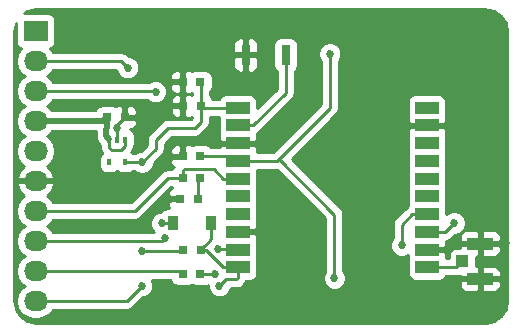
<source format=gtl>
%TF.GenerationSoftware,KiCad,Pcbnew,4.0.5-e0-6337~49~ubuntu16.04.1*%
%TF.CreationDate,2017-02-23T19:58:10-08:00*%
%TF.ProjectId,fgpmmopa6h-gps-breakout,6667706D6D6F706136682D6770732D62,v1.0*%
%TF.FileFunction,Copper,L1,Top,Signal*%
%FSLAX46Y46*%
G04 Gerber Fmt 4.6, Leading zero omitted, Abs format (unit mm)*
G04 Created by KiCad (PCBNEW 4.0.5-e0-6337~49~ubuntu16.04.1) date Thu Feb 23 19:58:10 2017*
%MOMM*%
%LPD*%
G01*
G04 APERTURE LIST*
%ADD10C,0.350000*%
%ADD11R,1.000000X1.000000*%
%ADD12R,2.200000X1.000000*%
%ADD13R,0.800000X0.750000*%
%ADD14R,0.800000X1.700000*%
%ADD15R,0.420000X0.600000*%
%ADD16R,2.032000X1.727200*%
%ADD17O,2.032000X1.727200*%
%ADD18R,0.910000X1.220000*%
%ADD19R,1.998980X1.000760*%
%ADD20C,0.685800*%
%ADD21C,0.254000*%
%ADD22C,0.508000*%
%ADD23C,0.330200*%
%ADD24C,0.350000*%
G04 APERTURE END LIST*
D10*
D11*
X166941500Y-100774500D03*
D12*
X168441500Y-99274500D03*
X168441500Y-102274500D03*
D13*
X136866500Y-88582500D03*
X138366500Y-88582500D03*
X144756000Y-91884500D03*
X143256000Y-91884500D03*
X144756000Y-85598000D03*
X143256000Y-85598000D03*
X144780000Y-87630000D03*
X143280000Y-87630000D03*
X143026000Y-95504000D03*
X144526000Y-95504000D03*
X143280000Y-99822000D03*
X144780000Y-99822000D03*
X143256000Y-93726000D03*
X144756000Y-93726000D03*
X144756000Y-101854000D03*
X143256000Y-101854000D03*
D14*
X148590000Y-83312000D03*
X151990000Y-83312000D03*
D15*
X138366500Y-90492500D03*
X137066500Y-90492500D03*
X138366500Y-92392500D03*
X137716500Y-90492500D03*
X137066500Y-92392500D03*
D16*
X130810000Y-81280000D03*
D17*
X130810000Y-83820000D03*
X130810000Y-86360000D03*
X130810000Y-88900000D03*
X130810000Y-91440000D03*
X130810000Y-93980000D03*
X130810000Y-96520000D03*
X130810000Y-99060000D03*
X130810000Y-101600000D03*
X130810000Y-104140000D03*
D18*
X142422000Y-97536000D03*
X145692000Y-97536000D03*
D19*
X147955000Y-87782400D03*
X147955000Y-89281000D03*
X147955000Y-90782140D03*
X147955000Y-92280740D03*
X147955000Y-93781880D03*
X147955000Y-95280480D03*
X147955000Y-96781620D03*
X147955000Y-98280220D03*
X147955000Y-99781360D03*
X147955000Y-101279960D03*
X163957000Y-101279960D03*
X163957000Y-99781360D03*
X163957000Y-98280220D03*
X163957000Y-96781620D03*
X163957000Y-95280480D03*
X163957000Y-93781880D03*
X163957000Y-92280740D03*
X163957000Y-90782140D03*
X163957000Y-89281000D03*
X163957000Y-87782400D03*
D20*
X142189200Y-95516700D03*
X149860000Y-90868500D03*
X139509500Y-88582500D03*
X170497500Y-102298500D03*
X170624500Y-99250500D03*
X166052500Y-102425500D03*
X166116000Y-99314000D03*
X143256000Y-84264500D03*
X143256000Y-90551000D03*
X146177000Y-90741500D03*
X143256000Y-86614000D03*
X147193000Y-83248500D03*
X165671500Y-89281000D03*
X162115500Y-89281000D03*
X149860000Y-90868500D03*
X149796500Y-97218500D03*
X137716500Y-89535000D03*
X156108400Y-102209600D03*
X155727400Y-83223100D03*
X139827000Y-99885500D03*
X139827000Y-92392500D03*
X166243000Y-97536000D03*
X141795500Y-98806000D03*
X145986500Y-101854000D03*
X161798000Y-99441000D03*
X138620500Y-84404200D03*
X146240500Y-99745800D03*
X141503400Y-97561400D03*
X140970000Y-86423500D03*
X146380200Y-102857300D03*
X139801600Y-102857300D03*
D21*
X163957000Y-101279960D02*
X166436040Y-101279960D01*
X166436040Y-101279960D02*
X166941500Y-100774500D01*
X143026000Y-95504000D02*
X142201900Y-95504000D01*
X142201900Y-95504000D02*
X142189200Y-95516700D01*
X138366500Y-88582500D02*
X139509500Y-88582500D01*
X168441500Y-102274500D02*
X170473500Y-102274500D01*
X170473500Y-102274500D02*
X170497500Y-102298500D01*
X168441500Y-99274500D02*
X170600500Y-99274500D01*
X170600500Y-99274500D02*
X170624500Y-99250500D01*
X168441500Y-102274500D02*
X166203500Y-102274500D01*
X166203500Y-102274500D02*
X166052500Y-102425500D01*
X163957000Y-99781360D02*
X165648640Y-99781360D01*
X165648640Y-99781360D02*
X166116000Y-99314000D01*
X143256000Y-85598000D02*
X143256000Y-84264500D01*
X138366500Y-88582500D02*
X138366500Y-87439500D01*
X138366500Y-87439500D02*
X138303000Y-87376000D01*
X143256000Y-91884500D02*
X143256000Y-90551000D01*
X147955000Y-90782140D02*
X146217640Y-90782140D01*
X146217640Y-90782140D02*
X146177000Y-90741500D01*
X143256000Y-85598000D02*
X143256000Y-86614000D01*
X148590000Y-83312000D02*
X147256500Y-83312000D01*
X147256500Y-83312000D02*
X147193000Y-83248500D01*
X163957000Y-89281000D02*
X165671500Y-89281000D01*
X163957000Y-89281000D02*
X162115500Y-89281000D01*
X147955000Y-90782140D02*
X149773640Y-90782140D01*
X149773640Y-90782140D02*
X149860000Y-90868500D01*
X147955000Y-98280220D02*
X149208490Y-98280220D01*
X149208490Y-98280220D02*
X149796500Y-97692210D01*
X149796500Y-97692210D02*
X149796500Y-97218500D01*
X137716500Y-89535000D02*
X137716500Y-89232500D01*
X137716500Y-90492500D02*
X137716500Y-89535000D01*
X137716500Y-89232500D02*
X138366500Y-88582500D01*
X151269700Y-92265500D02*
X151409400Y-92125800D01*
X151409400Y-92125800D02*
X155727400Y-87807800D01*
X156108400Y-96824800D02*
X151409400Y-92125800D01*
X156108400Y-102209600D02*
X156108400Y-96824800D01*
X155727400Y-87807800D02*
X155727400Y-83223100D01*
X149517100Y-92265500D02*
X150939500Y-92265500D01*
X149223730Y-92265500D02*
X149517100Y-92265500D01*
X149517100Y-92265500D02*
X151269700Y-92265500D01*
X147955000Y-92280740D02*
X149208490Y-92280740D01*
X149208490Y-92280740D02*
X149223730Y-92265500D01*
X144756000Y-91884500D02*
X147558760Y-91884500D01*
X147558760Y-91884500D02*
X147955000Y-92280740D01*
X141986000Y-99949000D02*
X139890500Y-99949000D01*
X139890500Y-99949000D02*
X139827000Y-99885500D01*
X141986000Y-99949000D02*
X143153000Y-99949000D01*
X143153000Y-99949000D02*
X143280000Y-99822000D01*
X147955000Y-87782400D02*
X144932400Y-87782400D01*
X144932400Y-87782400D02*
X144780000Y-87630000D01*
X139827000Y-92392500D02*
X140970000Y-91249500D01*
X144780000Y-87630000D02*
X144780000Y-85622000D01*
X144272000Y-89471500D02*
X144780000Y-88963500D01*
X144780000Y-88963500D02*
X144780000Y-87630000D01*
X142049500Y-89471500D02*
X144272000Y-89471500D01*
X140970000Y-90551000D02*
X142049500Y-89471500D01*
X140970000Y-91249500D02*
X140970000Y-90551000D01*
X138366500Y-92392500D02*
X139827000Y-92392500D01*
X139192000Y-96520000D02*
X141986000Y-93726000D01*
X141986000Y-93726000D02*
X143256000Y-93726000D01*
X130810000Y-96520000D02*
X139192000Y-96520000D01*
X143389000Y-92964000D02*
X145883630Y-92964000D01*
X145883630Y-92964000D02*
X146701510Y-93781880D01*
X146701510Y-93781880D02*
X147955000Y-93781880D01*
X143256000Y-93726000D02*
X143256000Y-93097000D01*
X143256000Y-93097000D02*
X143389000Y-92964000D01*
X165498780Y-98280220D02*
X166243000Y-97536000D01*
X165498780Y-98280220D02*
X163957000Y-98280220D01*
X163911280Y-98234500D02*
X163957000Y-98280220D01*
X130810000Y-99060000D02*
X141541500Y-99060000D01*
X141541500Y-99060000D02*
X141795500Y-98806000D01*
X130810000Y-101600000D02*
X143002000Y-101600000D01*
X143002000Y-101600000D02*
X143256000Y-101854000D01*
X144526000Y-95504000D02*
X144526000Y-93956000D01*
X144526000Y-93956000D02*
X144756000Y-93726000D01*
X145986500Y-101854000D02*
X144756000Y-101854000D01*
X163957000Y-96781620D02*
X162703510Y-96781620D01*
X162703510Y-96781620D02*
X161798000Y-97687130D01*
X161798000Y-97687130D02*
X161798000Y-99441000D01*
X138036300Y-83820000D02*
X138620500Y-84404200D01*
X146240500Y-99745800D02*
X147919440Y-99745800D01*
X147919440Y-99745800D02*
X147955000Y-99781360D01*
X130810000Y-83820000D02*
X138036300Y-83820000D01*
X151990000Y-83312000D02*
X151990000Y-86499490D01*
X151990000Y-86499490D02*
X149208490Y-89281000D01*
X149208490Y-89281000D02*
X147955000Y-89281000D01*
X142422000Y-97536000D02*
X141528800Y-97536000D01*
X141528800Y-97536000D02*
X141503400Y-97561400D01*
X132080000Y-86360000D02*
X140906500Y-86360000D01*
X140906500Y-86360000D02*
X140970000Y-86423500D01*
X130810000Y-86360000D02*
X132080000Y-86360000D01*
X146380200Y-102857300D02*
X146926300Y-102311200D01*
X146926300Y-102311200D02*
X147802600Y-102311200D01*
X147802600Y-102311200D02*
X147955000Y-102158800D01*
X147955000Y-102158800D02*
X147955000Y-101279960D01*
X146926300Y-101279960D02*
X147955000Y-101279960D01*
X146682460Y-101279960D02*
X146926300Y-101279960D01*
X146380200Y-102857300D02*
X146380200Y-102854760D01*
X145224500Y-99822000D02*
X146682460Y-101279960D01*
X144780000Y-99822000D02*
X145224500Y-99822000D01*
X147703540Y-101028500D02*
X147955000Y-101279960D01*
X145692000Y-97536000D02*
X145692000Y-98910000D01*
X145692000Y-98910000D02*
X144780000Y-99822000D01*
X139801600Y-102857300D02*
X138518900Y-104140000D01*
X138518900Y-104140000D02*
X130810000Y-104140000D01*
X145112000Y-99490000D02*
X144780000Y-99822000D01*
X144820640Y-99781360D02*
X144780000Y-99822000D01*
X137287000Y-91376500D02*
X137066500Y-91156000D01*
X137066500Y-91156000D02*
X137066500Y-90492500D01*
X138036500Y-91376500D02*
X137287000Y-91376500D01*
X138366500Y-90492500D02*
X138366500Y-91046500D01*
X138366500Y-91046500D02*
X138036500Y-91376500D01*
D22*
X136779000Y-89553000D02*
X136779000Y-90205000D01*
X136779000Y-90205000D02*
X136998499Y-90424499D01*
X136866500Y-88582500D02*
X136866500Y-89465500D01*
X136866500Y-89465500D02*
X136779000Y-89553000D01*
X130810000Y-88900000D02*
X136549000Y-88900000D01*
X136549000Y-88900000D02*
X136866500Y-88582500D01*
D21*
G36*
X169629920Y-79615982D02*
X170218704Y-80009396D01*
X170612119Y-80598182D01*
X170764200Y-81362744D01*
X170764200Y-104082656D01*
X170612119Y-104847218D01*
X170218704Y-105436004D01*
X169629920Y-105829418D01*
X168929202Y-105968800D01*
X130880044Y-105968800D01*
X130115482Y-105816719D01*
X129526696Y-105423304D01*
X129133282Y-104834520D01*
X128981200Y-104069955D01*
X128981200Y-96520000D01*
X129126655Y-96520000D01*
X129240729Y-97093489D01*
X129565585Y-97579670D01*
X129880366Y-97790000D01*
X129565585Y-98000330D01*
X129240729Y-98486511D01*
X129126655Y-99060000D01*
X129240729Y-99633489D01*
X129565585Y-100119670D01*
X129880366Y-100330000D01*
X129565585Y-100540330D01*
X129240729Y-101026511D01*
X129126655Y-101600000D01*
X129240729Y-102173489D01*
X129565585Y-102659670D01*
X129880366Y-102870000D01*
X129565585Y-103080330D01*
X129240729Y-103566511D01*
X129126655Y-104140000D01*
X129240729Y-104713489D01*
X129565585Y-105199670D01*
X130051766Y-105524526D01*
X130625255Y-105638600D01*
X130994745Y-105638600D01*
X131568234Y-105524526D01*
X132054415Y-105199670D01*
X132253312Y-104902000D01*
X138518900Y-104902000D01*
X138810505Y-104843996D01*
X139057715Y-104678815D01*
X139901244Y-103835287D01*
X139995263Y-103835369D01*
X140354812Y-103686807D01*
X140630140Y-103411959D01*
X140779330Y-103052670D01*
X140779669Y-102663637D01*
X140655036Y-102362000D01*
X142233586Y-102362000D01*
X142252838Y-102464317D01*
X142391910Y-102680441D01*
X142604110Y-102825431D01*
X142856000Y-102876440D01*
X143656000Y-102876440D01*
X143891317Y-102832162D01*
X144005978Y-102758380D01*
X144104110Y-102825431D01*
X144356000Y-102876440D01*
X145156000Y-102876440D01*
X145391317Y-102832162D01*
X145402328Y-102825077D01*
X145402131Y-103050963D01*
X145550693Y-103410512D01*
X145825541Y-103685840D01*
X146184830Y-103835030D01*
X146573863Y-103835369D01*
X146933412Y-103686807D01*
X147208740Y-103411959D01*
X147349405Y-103073200D01*
X147802600Y-103073200D01*
X148094205Y-103015196D01*
X148341415Y-102850015D01*
X148493815Y-102697615D01*
X148658996Y-102450405D01*
X148663496Y-102427780D01*
X148954490Y-102427780D01*
X149189807Y-102383502D01*
X149405931Y-102244430D01*
X149550921Y-102032230D01*
X149601930Y-101780340D01*
X149601930Y-100779580D01*
X149557652Y-100544263D01*
X149550864Y-100533714D01*
X149550921Y-100533630D01*
X149601930Y-100281740D01*
X149601930Y-99280980D01*
X149557652Y-99045663D01*
X149542056Y-99021426D01*
X149589490Y-98906910D01*
X149589490Y-98565970D01*
X149430740Y-98407220D01*
X148082000Y-98407220D01*
X148082000Y-98427220D01*
X147828000Y-98427220D01*
X147828000Y-98407220D01*
X147808000Y-98407220D01*
X147808000Y-98153220D01*
X147828000Y-98153220D01*
X147828000Y-98133220D01*
X148082000Y-98133220D01*
X148082000Y-98153220D01*
X149430740Y-98153220D01*
X149589490Y-97994470D01*
X149589490Y-97653530D01*
X149544080Y-97543902D01*
X149550921Y-97533890D01*
X149601930Y-97282000D01*
X149601930Y-96281240D01*
X149557652Y-96045923D01*
X149550022Y-96034066D01*
X149550921Y-96032750D01*
X149601930Y-95780860D01*
X149601930Y-94780100D01*
X149557652Y-94544783D01*
X149550864Y-94534234D01*
X149550921Y-94534150D01*
X149601930Y-94282260D01*
X149601930Y-93281500D01*
X149557652Y-93046183D01*
X149550022Y-93034326D01*
X149550921Y-93033010D01*
X149552037Y-93027500D01*
X151233470Y-93027500D01*
X155346400Y-97140431D01*
X155346400Y-101588517D01*
X155279860Y-101654941D01*
X155130670Y-102014230D01*
X155130331Y-102403263D01*
X155278893Y-102762812D01*
X155553741Y-103038140D01*
X155913030Y-103187330D01*
X156302063Y-103187669D01*
X156661612Y-103039107D01*
X156936940Y-102764259D01*
X157021652Y-102560250D01*
X166706500Y-102560250D01*
X166706500Y-102900810D01*
X166803173Y-103134199D01*
X166981802Y-103312827D01*
X167215191Y-103409500D01*
X168155750Y-103409500D01*
X168314500Y-103250750D01*
X168314500Y-102401500D01*
X168568500Y-102401500D01*
X168568500Y-103250750D01*
X168727250Y-103409500D01*
X169667809Y-103409500D01*
X169901198Y-103312827D01*
X170079827Y-103134199D01*
X170176500Y-102900810D01*
X170176500Y-102560250D01*
X170017750Y-102401500D01*
X168568500Y-102401500D01*
X168314500Y-102401500D01*
X166865250Y-102401500D01*
X166706500Y-102560250D01*
X157021652Y-102560250D01*
X157086130Y-102404970D01*
X157086469Y-102015937D01*
X156937907Y-101656388D01*
X156870400Y-101588763D01*
X156870400Y-99634663D01*
X160819931Y-99634663D01*
X160968493Y-99994212D01*
X161243341Y-100269540D01*
X161602630Y-100418730D01*
X161991663Y-100419069D01*
X162322510Y-100282366D01*
X162322510Y-100408050D01*
X162367920Y-100517678D01*
X162361079Y-100527690D01*
X162310070Y-100779580D01*
X162310070Y-101780340D01*
X162354348Y-102015657D01*
X162493420Y-102231781D01*
X162705620Y-102376771D01*
X162957510Y-102427780D01*
X164956490Y-102427780D01*
X165191807Y-102383502D01*
X165407931Y-102244430D01*
X165546273Y-102041960D01*
X166436040Y-102041960D01*
X166706500Y-101988162D01*
X166706500Y-101988750D01*
X166865250Y-102147500D01*
X168314500Y-102147500D01*
X168314500Y-101298250D01*
X168568500Y-101298250D01*
X168568500Y-102147500D01*
X170017750Y-102147500D01*
X170176500Y-101988750D01*
X170176500Y-101648190D01*
X170079827Y-101414801D01*
X169901198Y-101236173D01*
X169667809Y-101139500D01*
X168727250Y-101139500D01*
X168568500Y-101298250D01*
X168314500Y-101298250D01*
X168155750Y-101139500D01*
X168088940Y-101139500D01*
X168088940Y-100409500D01*
X168155750Y-100409500D01*
X168314500Y-100250750D01*
X168314500Y-99401500D01*
X168568500Y-99401500D01*
X168568500Y-100250750D01*
X168727250Y-100409500D01*
X169667809Y-100409500D01*
X169901198Y-100312827D01*
X170079827Y-100134199D01*
X170176500Y-99900810D01*
X170176500Y-99560250D01*
X170017750Y-99401500D01*
X168568500Y-99401500D01*
X168314500Y-99401500D01*
X166865250Y-99401500D01*
X166706500Y-99560250D01*
X166706500Y-99627060D01*
X166441500Y-99627060D01*
X166206183Y-99671338D01*
X165990059Y-99810410D01*
X165845069Y-100022610D01*
X165794060Y-100274500D01*
X165794060Y-100517960D01*
X165545964Y-100517960D01*
X165591490Y-100408050D01*
X165591490Y-100067110D01*
X165432740Y-99908360D01*
X164084000Y-99908360D01*
X164084000Y-99928360D01*
X163830000Y-99928360D01*
X163830000Y-99908360D01*
X163810000Y-99908360D01*
X163810000Y-99654360D01*
X163830000Y-99654360D01*
X163830000Y-99634360D01*
X164084000Y-99634360D01*
X164084000Y-99654360D01*
X165432740Y-99654360D01*
X165591490Y-99495610D01*
X165591490Y-99154670D01*
X165545425Y-99043460D01*
X165552921Y-99032490D01*
X165553140Y-99031407D01*
X165790385Y-98984216D01*
X166037595Y-98819035D01*
X166208440Y-98648190D01*
X166706500Y-98648190D01*
X166706500Y-98988750D01*
X166865250Y-99147500D01*
X168314500Y-99147500D01*
X168314500Y-98298250D01*
X168568500Y-98298250D01*
X168568500Y-99147500D01*
X170017750Y-99147500D01*
X170176500Y-98988750D01*
X170176500Y-98648190D01*
X170079827Y-98414801D01*
X169901198Y-98236173D01*
X169667809Y-98139500D01*
X168727250Y-98139500D01*
X168568500Y-98298250D01*
X168314500Y-98298250D01*
X168155750Y-98139500D01*
X167215191Y-98139500D01*
X166981802Y-98236173D01*
X166803173Y-98414801D01*
X166706500Y-98648190D01*
X166208440Y-98648190D01*
X166342643Y-98513987D01*
X166436663Y-98514069D01*
X166796212Y-98365507D01*
X167071540Y-98090659D01*
X167220730Y-97731370D01*
X167221069Y-97342337D01*
X167072507Y-96982788D01*
X166797659Y-96707460D01*
X166438370Y-96558270D01*
X166049337Y-96557931D01*
X165689788Y-96706493D01*
X165603930Y-96792201D01*
X165603930Y-96281240D01*
X165559652Y-96045923D01*
X165552022Y-96034066D01*
X165552921Y-96032750D01*
X165603930Y-95780860D01*
X165603930Y-94780100D01*
X165559652Y-94544783D01*
X165552864Y-94534234D01*
X165552921Y-94534150D01*
X165603930Y-94282260D01*
X165603930Y-93281500D01*
X165559652Y-93046183D01*
X165552022Y-93034326D01*
X165552921Y-93033010D01*
X165603930Y-92781120D01*
X165603930Y-91780360D01*
X165559652Y-91545043D01*
X165552864Y-91534494D01*
X165552921Y-91534410D01*
X165603930Y-91282520D01*
X165603930Y-90281760D01*
X165559652Y-90046443D01*
X165544056Y-90022206D01*
X165591490Y-89907690D01*
X165591490Y-89566750D01*
X165432740Y-89408000D01*
X164084000Y-89408000D01*
X164084000Y-89428000D01*
X163830000Y-89428000D01*
X163830000Y-89408000D01*
X162481260Y-89408000D01*
X162322510Y-89566750D01*
X162322510Y-89907690D01*
X162368575Y-90018900D01*
X162361079Y-90029870D01*
X162310070Y-90281760D01*
X162310070Y-91282520D01*
X162354348Y-91517837D01*
X162361136Y-91528386D01*
X162361079Y-91528470D01*
X162310070Y-91780360D01*
X162310070Y-92781120D01*
X162354348Y-93016437D01*
X162361978Y-93028294D01*
X162361079Y-93029610D01*
X162310070Y-93281500D01*
X162310070Y-94282260D01*
X162354348Y-94517577D01*
X162361136Y-94528126D01*
X162361079Y-94528210D01*
X162310070Y-94780100D01*
X162310070Y-95780860D01*
X162354348Y-96016177D01*
X162361978Y-96028034D01*
X162361079Y-96029350D01*
X162341820Y-96124453D01*
X162164695Y-96242804D01*
X161259185Y-97148315D01*
X161094004Y-97395525D01*
X161036000Y-97687130D01*
X161036000Y-98819917D01*
X160969460Y-98886341D01*
X160820270Y-99245630D01*
X160819931Y-99634663D01*
X156870400Y-99634663D01*
X156870400Y-96824800D01*
X156861811Y-96781620D01*
X156812397Y-96533196D01*
X156647216Y-96285985D01*
X152487030Y-92125800D01*
X156266215Y-88346615D01*
X156431396Y-88099405D01*
X156436448Y-88074005D01*
X156489400Y-87807800D01*
X156489400Y-87282020D01*
X162310070Y-87282020D01*
X162310070Y-88282780D01*
X162354348Y-88518097D01*
X162369304Y-88541339D01*
X162322510Y-88654310D01*
X162322510Y-88995250D01*
X162481260Y-89154000D01*
X163830000Y-89154000D01*
X163830000Y-89134000D01*
X164084000Y-89134000D01*
X164084000Y-89154000D01*
X165432740Y-89154000D01*
X165591490Y-88995250D01*
X165591490Y-88654310D01*
X165546080Y-88544682D01*
X165552921Y-88534670D01*
X165603930Y-88282780D01*
X165603930Y-87282020D01*
X165559652Y-87046703D01*
X165420580Y-86830579D01*
X165208380Y-86685589D01*
X164956490Y-86634580D01*
X162957510Y-86634580D01*
X162722193Y-86678858D01*
X162506069Y-86817930D01*
X162361079Y-87030130D01*
X162310070Y-87282020D01*
X156489400Y-87282020D01*
X156489400Y-83844183D01*
X156555940Y-83777759D01*
X156705130Y-83418470D01*
X156705469Y-83029437D01*
X156556907Y-82669888D01*
X156282059Y-82394560D01*
X155922770Y-82245370D01*
X155533737Y-82245031D01*
X155174188Y-82393593D01*
X154898860Y-82668441D01*
X154749670Y-83027730D01*
X154749331Y-83416763D01*
X154897893Y-83776312D01*
X154965400Y-83843937D01*
X154965400Y-87492170D01*
X150954070Y-91503500D01*
X149550276Y-91503500D01*
X149589490Y-91408830D01*
X149589490Y-91067890D01*
X149430740Y-90909140D01*
X148082000Y-90909140D01*
X148082000Y-90929140D01*
X147828000Y-90929140D01*
X147828000Y-90909140D01*
X146479260Y-90909140D01*
X146320510Y-91067890D01*
X146320510Y-91122500D01*
X145661557Y-91122500D01*
X145620090Y-91058059D01*
X145407890Y-90913069D01*
X145156000Y-90862060D01*
X144356000Y-90862060D01*
X144120683Y-90906338D01*
X144017354Y-90972829D01*
X144015698Y-90971173D01*
X143782309Y-90874500D01*
X143541750Y-90874500D01*
X143383000Y-91033250D01*
X143383000Y-91757500D01*
X143403000Y-91757500D01*
X143403000Y-92011500D01*
X143383000Y-92011500D01*
X143383000Y-92031500D01*
X143129000Y-92031500D01*
X143129000Y-92011500D01*
X142379750Y-92011500D01*
X142221000Y-92170250D01*
X142221000Y-92385810D01*
X142317673Y-92619199D01*
X142496302Y-92797827D01*
X142524711Y-92809594D01*
X142404559Y-92886910D01*
X142351886Y-92964000D01*
X141986000Y-92964000D01*
X141694395Y-93022004D01*
X141658209Y-93046183D01*
X141447185Y-93187184D01*
X138876370Y-95758000D01*
X132253312Y-95758000D01*
X132054415Y-95460330D01*
X131744931Y-95253539D01*
X132160732Y-94882036D01*
X132414709Y-94354791D01*
X132417358Y-94339026D01*
X132296217Y-94107000D01*
X130937000Y-94107000D01*
X130937000Y-94127000D01*
X130683000Y-94127000D01*
X130683000Y-94107000D01*
X129323783Y-94107000D01*
X129202642Y-94339026D01*
X129205291Y-94354791D01*
X129459268Y-94882036D01*
X129875069Y-95253539D01*
X129565585Y-95460330D01*
X129240729Y-95946511D01*
X129126655Y-96520000D01*
X128981200Y-96520000D01*
X128981200Y-81350045D01*
X129133282Y-80585480D01*
X129146560Y-80565608D01*
X129146560Y-82143600D01*
X129190838Y-82378917D01*
X129329910Y-82595041D01*
X129542110Y-82740031D01*
X129583439Y-82748400D01*
X129565585Y-82760330D01*
X129240729Y-83246511D01*
X129126655Y-83820000D01*
X129240729Y-84393489D01*
X129565585Y-84879670D01*
X129880366Y-85090000D01*
X129565585Y-85300330D01*
X129240729Y-85786511D01*
X129126655Y-86360000D01*
X129240729Y-86933489D01*
X129565585Y-87419670D01*
X129880366Y-87630000D01*
X129565585Y-87840330D01*
X129240729Y-88326511D01*
X129126655Y-88900000D01*
X129240729Y-89473489D01*
X129565585Y-89959670D01*
X129880366Y-90170000D01*
X129565585Y-90380330D01*
X129240729Y-90866511D01*
X129126655Y-91440000D01*
X129240729Y-92013489D01*
X129565585Y-92499670D01*
X129875069Y-92706461D01*
X129459268Y-93077964D01*
X129205291Y-93605209D01*
X129202642Y-93620974D01*
X129323783Y-93853000D01*
X130683000Y-93853000D01*
X130683000Y-93833000D01*
X130937000Y-93833000D01*
X130937000Y-93853000D01*
X132296217Y-93853000D01*
X132417358Y-93620974D01*
X132414709Y-93605209D01*
X132160732Y-93077964D01*
X131744931Y-92706461D01*
X132054415Y-92499670D01*
X132379271Y-92013489D01*
X132493345Y-91440000D01*
X132379271Y-90866511D01*
X132054415Y-90380330D01*
X131739634Y-90170000D01*
X132054415Y-89959670D01*
X132168453Y-89789000D01*
X135890000Y-89789000D01*
X135890000Y-90205000D01*
X135957671Y-90545206D01*
X136003972Y-90614500D01*
X136150382Y-90833618D01*
X136232190Y-90915426D01*
X136253338Y-91027817D01*
X136304500Y-91107325D01*
X136304500Y-91156000D01*
X136362504Y-91447605D01*
X136459785Y-91593195D01*
X136405059Y-91628410D01*
X136260069Y-91840610D01*
X136209060Y-92092500D01*
X136209060Y-92692500D01*
X136253338Y-92927817D01*
X136392410Y-93143941D01*
X136604610Y-93288931D01*
X136856500Y-93339940D01*
X137276500Y-93339940D01*
X137511817Y-93295662D01*
X137719177Y-93162230D01*
X137904610Y-93288931D01*
X138156500Y-93339940D01*
X138576500Y-93339940D01*
X138811817Y-93295662D01*
X139027941Y-93156590D01*
X139029369Y-93154500D01*
X139205917Y-93154500D01*
X139272341Y-93221040D01*
X139631630Y-93370230D01*
X140020663Y-93370569D01*
X140380212Y-93222007D01*
X140655540Y-92947159D01*
X140804730Y-92587870D01*
X140804813Y-92492317D01*
X141508815Y-91788315D01*
X141673996Y-91541105D01*
X141692594Y-91447605D01*
X141705407Y-91383190D01*
X142221000Y-91383190D01*
X142221000Y-91598750D01*
X142379750Y-91757500D01*
X143129000Y-91757500D01*
X143129000Y-91033250D01*
X142970250Y-90874500D01*
X142729691Y-90874500D01*
X142496302Y-90971173D01*
X142317673Y-91149801D01*
X142221000Y-91383190D01*
X141705407Y-91383190D01*
X141732000Y-91249500D01*
X141732000Y-90866630D01*
X142365131Y-90233500D01*
X144272000Y-90233500D01*
X144563605Y-90175496D01*
X144810815Y-90010315D01*
X145318815Y-89502316D01*
X145483996Y-89255105D01*
X145492412Y-89212794D01*
X145542000Y-88963500D01*
X145542000Y-88544400D01*
X146355906Y-88544400D01*
X146308070Y-88780620D01*
X146308070Y-89781380D01*
X146352348Y-90016697D01*
X146367944Y-90040934D01*
X146320510Y-90155450D01*
X146320510Y-90496390D01*
X146479260Y-90655140D01*
X147828000Y-90655140D01*
X147828000Y-90635140D01*
X148082000Y-90635140D01*
X148082000Y-90655140D01*
X149430740Y-90655140D01*
X149589490Y-90496390D01*
X149589490Y-90155450D01*
X149543425Y-90044240D01*
X149550921Y-90033270D01*
X149570180Y-89938167D01*
X149747305Y-89819815D01*
X152528815Y-87038305D01*
X152693996Y-86791095D01*
X152709111Y-86715105D01*
X152752000Y-86499490D01*
X152752000Y-84683644D01*
X152841441Y-84626090D01*
X152986431Y-84413890D01*
X153037440Y-84162000D01*
X153037440Y-82462000D01*
X152993162Y-82226683D01*
X152854090Y-82010559D01*
X152641890Y-81865569D01*
X152390000Y-81814560D01*
X151590000Y-81814560D01*
X151354683Y-81858838D01*
X151138559Y-81997910D01*
X150993569Y-82210110D01*
X150942560Y-82462000D01*
X150942560Y-84162000D01*
X150986838Y-84397317D01*
X151125910Y-84613441D01*
X151228000Y-84683196D01*
X151228000Y-86183860D01*
X149601930Y-87809930D01*
X149601930Y-87282020D01*
X149557652Y-87046703D01*
X149418580Y-86830579D01*
X149206380Y-86685589D01*
X148954490Y-86634580D01*
X146955510Y-86634580D01*
X146720193Y-86678858D01*
X146504069Y-86817930D01*
X146365727Y-87020400D01*
X145783297Y-87020400D01*
X145783162Y-87019683D01*
X145644090Y-86803559D01*
X145542000Y-86733804D01*
X145542000Y-86479200D01*
X145607441Y-86437090D01*
X145752431Y-86224890D01*
X145803440Y-85973000D01*
X145803440Y-85223000D01*
X145759162Y-84987683D01*
X145620090Y-84771559D01*
X145407890Y-84626569D01*
X145156000Y-84575560D01*
X144356000Y-84575560D01*
X144120683Y-84619838D01*
X144017354Y-84686329D01*
X144015698Y-84684673D01*
X143782309Y-84588000D01*
X143541750Y-84588000D01*
X143383000Y-84746750D01*
X143383000Y-85471000D01*
X143403000Y-85471000D01*
X143403000Y-85725000D01*
X143383000Y-85725000D01*
X143383000Y-86449250D01*
X143541750Y-86608000D01*
X143782309Y-86608000D01*
X144015698Y-86511327D01*
X144017068Y-86509957D01*
X144018000Y-86510595D01*
X144018000Y-86707685D01*
X143806309Y-86620000D01*
X143565750Y-86620000D01*
X143407000Y-86778750D01*
X143407000Y-87503000D01*
X143427000Y-87503000D01*
X143427000Y-87757000D01*
X143407000Y-87757000D01*
X143407000Y-88481250D01*
X143565750Y-88640000D01*
X143806309Y-88640000D01*
X144018000Y-88552315D01*
X144018000Y-88647869D01*
X143956370Y-88709500D01*
X142049500Y-88709500D01*
X141757896Y-88767503D01*
X141510685Y-88932684D01*
X140431185Y-90012185D01*
X140266004Y-90259395D01*
X140208000Y-90551000D01*
X140208000Y-90933870D01*
X139727357Y-91414513D01*
X139633337Y-91414431D01*
X139273788Y-91562993D01*
X139206163Y-91630500D01*
X139025136Y-91630500D01*
X138922145Y-91560129D01*
X139070496Y-91338105D01*
X139075490Y-91312999D01*
X139110845Y-91135255D01*
X139172931Y-91044390D01*
X139223940Y-90792500D01*
X139223940Y-90192500D01*
X139179662Y-89957183D01*
X139040590Y-89741059D01*
X138828390Y-89596069D01*
X138810766Y-89592500D01*
X138892809Y-89592500D01*
X139126198Y-89495827D01*
X139304827Y-89317199D01*
X139401500Y-89083810D01*
X139401500Y-88868250D01*
X139242750Y-88709500D01*
X138493500Y-88709500D01*
X138493500Y-88729500D01*
X138239500Y-88729500D01*
X138239500Y-88709500D01*
X138219500Y-88709500D01*
X138219500Y-88455500D01*
X138239500Y-88455500D01*
X138239500Y-87731250D01*
X138493500Y-87731250D01*
X138493500Y-88455500D01*
X139242750Y-88455500D01*
X139401500Y-88296750D01*
X139401500Y-88081190D01*
X139332973Y-87915750D01*
X142245000Y-87915750D01*
X142245000Y-88131310D01*
X142341673Y-88364699D01*
X142520302Y-88543327D01*
X142753691Y-88640000D01*
X142994250Y-88640000D01*
X143153000Y-88481250D01*
X143153000Y-87757000D01*
X142403750Y-87757000D01*
X142245000Y-87915750D01*
X139332973Y-87915750D01*
X139304827Y-87847801D01*
X139126198Y-87669173D01*
X138892809Y-87572500D01*
X138652250Y-87572500D01*
X138493500Y-87731250D01*
X138239500Y-87731250D01*
X138080750Y-87572500D01*
X137840191Y-87572500D01*
X137606802Y-87669173D01*
X137605432Y-87670543D01*
X137518390Y-87611069D01*
X137266500Y-87560060D01*
X136466500Y-87560060D01*
X136231183Y-87604338D01*
X136015059Y-87743410D01*
X135870069Y-87955610D01*
X135858852Y-88011000D01*
X132168453Y-88011000D01*
X132054415Y-87840330D01*
X131739634Y-87630000D01*
X132054415Y-87419670D01*
X132253312Y-87122000D01*
X140285528Y-87122000D01*
X140415341Y-87252040D01*
X140774630Y-87401230D01*
X141163663Y-87401569D01*
X141523212Y-87253007D01*
X141647746Y-87128690D01*
X142245000Y-87128690D01*
X142245000Y-87344250D01*
X142403750Y-87503000D01*
X143153000Y-87503000D01*
X143153000Y-86778750D01*
X142994250Y-86620000D01*
X142753691Y-86620000D01*
X142520302Y-86716673D01*
X142341673Y-86895301D01*
X142245000Y-87128690D01*
X141647746Y-87128690D01*
X141798540Y-86978159D01*
X141947730Y-86618870D01*
X141948069Y-86229837D01*
X141805070Y-85883750D01*
X142221000Y-85883750D01*
X142221000Y-86099310D01*
X142317673Y-86332699D01*
X142496302Y-86511327D01*
X142729691Y-86608000D01*
X142970250Y-86608000D01*
X143129000Y-86449250D01*
X143129000Y-85725000D01*
X142379750Y-85725000D01*
X142221000Y-85883750D01*
X141805070Y-85883750D01*
X141799507Y-85870288D01*
X141524659Y-85594960D01*
X141165370Y-85445770D01*
X140776337Y-85445431D01*
X140416788Y-85593993D01*
X140412774Y-85598000D01*
X132253312Y-85598000D01*
X132054415Y-85300330D01*
X131739634Y-85090000D01*
X132054415Y-84879670D01*
X132253312Y-84582000D01*
X137642445Y-84582000D01*
X137642431Y-84597863D01*
X137790993Y-84957412D01*
X138065841Y-85232740D01*
X138425130Y-85381930D01*
X138814163Y-85382269D01*
X139173712Y-85233707D01*
X139310968Y-85096690D01*
X142221000Y-85096690D01*
X142221000Y-85312250D01*
X142379750Y-85471000D01*
X143129000Y-85471000D01*
X143129000Y-84746750D01*
X142970250Y-84588000D01*
X142729691Y-84588000D01*
X142496302Y-84684673D01*
X142317673Y-84863301D01*
X142221000Y-85096690D01*
X139310968Y-85096690D01*
X139449040Y-84958859D01*
X139598230Y-84599570D01*
X139598569Y-84210537D01*
X139450007Y-83850988D01*
X139197211Y-83597750D01*
X147555000Y-83597750D01*
X147555000Y-84288310D01*
X147651673Y-84521699D01*
X147830302Y-84700327D01*
X148063691Y-84797000D01*
X148304250Y-84797000D01*
X148463000Y-84638250D01*
X148463000Y-83439000D01*
X148717000Y-83439000D01*
X148717000Y-84638250D01*
X148875750Y-84797000D01*
X149116309Y-84797000D01*
X149349698Y-84700327D01*
X149528327Y-84521699D01*
X149625000Y-84288310D01*
X149625000Y-83597750D01*
X149466250Y-83439000D01*
X148717000Y-83439000D01*
X148463000Y-83439000D01*
X147713750Y-83439000D01*
X147555000Y-83597750D01*
X139197211Y-83597750D01*
X139175159Y-83575660D01*
X138815870Y-83426470D01*
X138720317Y-83426387D01*
X138575115Y-83281185D01*
X138431164Y-83185000D01*
X138327905Y-83116004D01*
X138036300Y-83058000D01*
X132253312Y-83058000D01*
X132054415Y-82760330D01*
X132040087Y-82750757D01*
X132061317Y-82746762D01*
X132277441Y-82607690D01*
X132422431Y-82395490D01*
X132434540Y-82335690D01*
X147555000Y-82335690D01*
X147555000Y-83026250D01*
X147713750Y-83185000D01*
X148463000Y-83185000D01*
X148463000Y-81985750D01*
X148717000Y-81985750D01*
X148717000Y-83185000D01*
X149466250Y-83185000D01*
X149625000Y-83026250D01*
X149625000Y-82335690D01*
X149528327Y-82102301D01*
X149349698Y-81923673D01*
X149116309Y-81827000D01*
X148875750Y-81827000D01*
X148717000Y-81985750D01*
X148463000Y-81985750D01*
X148304250Y-81827000D01*
X148063691Y-81827000D01*
X147830302Y-81923673D01*
X147651673Y-82102301D01*
X147555000Y-82335690D01*
X132434540Y-82335690D01*
X132473440Y-82143600D01*
X132473440Y-80416400D01*
X132429162Y-80181083D01*
X132290090Y-79964959D01*
X132077890Y-79819969D01*
X131826000Y-79768960D01*
X129867526Y-79768960D01*
X130115482Y-79603281D01*
X130880044Y-79451200D01*
X168801508Y-79451200D01*
X169629920Y-79615982D01*
X169629920Y-79615982D01*
G37*
X169629920Y-79615982D02*
X170218704Y-80009396D01*
X170612119Y-80598182D01*
X170764200Y-81362744D01*
X170764200Y-104082656D01*
X170612119Y-104847218D01*
X170218704Y-105436004D01*
X169629920Y-105829418D01*
X168929202Y-105968800D01*
X130880044Y-105968800D01*
X130115482Y-105816719D01*
X129526696Y-105423304D01*
X129133282Y-104834520D01*
X128981200Y-104069955D01*
X128981200Y-96520000D01*
X129126655Y-96520000D01*
X129240729Y-97093489D01*
X129565585Y-97579670D01*
X129880366Y-97790000D01*
X129565585Y-98000330D01*
X129240729Y-98486511D01*
X129126655Y-99060000D01*
X129240729Y-99633489D01*
X129565585Y-100119670D01*
X129880366Y-100330000D01*
X129565585Y-100540330D01*
X129240729Y-101026511D01*
X129126655Y-101600000D01*
X129240729Y-102173489D01*
X129565585Y-102659670D01*
X129880366Y-102870000D01*
X129565585Y-103080330D01*
X129240729Y-103566511D01*
X129126655Y-104140000D01*
X129240729Y-104713489D01*
X129565585Y-105199670D01*
X130051766Y-105524526D01*
X130625255Y-105638600D01*
X130994745Y-105638600D01*
X131568234Y-105524526D01*
X132054415Y-105199670D01*
X132253312Y-104902000D01*
X138518900Y-104902000D01*
X138810505Y-104843996D01*
X139057715Y-104678815D01*
X139901244Y-103835287D01*
X139995263Y-103835369D01*
X140354812Y-103686807D01*
X140630140Y-103411959D01*
X140779330Y-103052670D01*
X140779669Y-102663637D01*
X140655036Y-102362000D01*
X142233586Y-102362000D01*
X142252838Y-102464317D01*
X142391910Y-102680441D01*
X142604110Y-102825431D01*
X142856000Y-102876440D01*
X143656000Y-102876440D01*
X143891317Y-102832162D01*
X144005978Y-102758380D01*
X144104110Y-102825431D01*
X144356000Y-102876440D01*
X145156000Y-102876440D01*
X145391317Y-102832162D01*
X145402328Y-102825077D01*
X145402131Y-103050963D01*
X145550693Y-103410512D01*
X145825541Y-103685840D01*
X146184830Y-103835030D01*
X146573863Y-103835369D01*
X146933412Y-103686807D01*
X147208740Y-103411959D01*
X147349405Y-103073200D01*
X147802600Y-103073200D01*
X148094205Y-103015196D01*
X148341415Y-102850015D01*
X148493815Y-102697615D01*
X148658996Y-102450405D01*
X148663496Y-102427780D01*
X148954490Y-102427780D01*
X149189807Y-102383502D01*
X149405931Y-102244430D01*
X149550921Y-102032230D01*
X149601930Y-101780340D01*
X149601930Y-100779580D01*
X149557652Y-100544263D01*
X149550864Y-100533714D01*
X149550921Y-100533630D01*
X149601930Y-100281740D01*
X149601930Y-99280980D01*
X149557652Y-99045663D01*
X149542056Y-99021426D01*
X149589490Y-98906910D01*
X149589490Y-98565970D01*
X149430740Y-98407220D01*
X148082000Y-98407220D01*
X148082000Y-98427220D01*
X147828000Y-98427220D01*
X147828000Y-98407220D01*
X147808000Y-98407220D01*
X147808000Y-98153220D01*
X147828000Y-98153220D01*
X147828000Y-98133220D01*
X148082000Y-98133220D01*
X148082000Y-98153220D01*
X149430740Y-98153220D01*
X149589490Y-97994470D01*
X149589490Y-97653530D01*
X149544080Y-97543902D01*
X149550921Y-97533890D01*
X149601930Y-97282000D01*
X149601930Y-96281240D01*
X149557652Y-96045923D01*
X149550022Y-96034066D01*
X149550921Y-96032750D01*
X149601930Y-95780860D01*
X149601930Y-94780100D01*
X149557652Y-94544783D01*
X149550864Y-94534234D01*
X149550921Y-94534150D01*
X149601930Y-94282260D01*
X149601930Y-93281500D01*
X149557652Y-93046183D01*
X149550022Y-93034326D01*
X149550921Y-93033010D01*
X149552037Y-93027500D01*
X151233470Y-93027500D01*
X155346400Y-97140431D01*
X155346400Y-101588517D01*
X155279860Y-101654941D01*
X155130670Y-102014230D01*
X155130331Y-102403263D01*
X155278893Y-102762812D01*
X155553741Y-103038140D01*
X155913030Y-103187330D01*
X156302063Y-103187669D01*
X156661612Y-103039107D01*
X156936940Y-102764259D01*
X157021652Y-102560250D01*
X166706500Y-102560250D01*
X166706500Y-102900810D01*
X166803173Y-103134199D01*
X166981802Y-103312827D01*
X167215191Y-103409500D01*
X168155750Y-103409500D01*
X168314500Y-103250750D01*
X168314500Y-102401500D01*
X168568500Y-102401500D01*
X168568500Y-103250750D01*
X168727250Y-103409500D01*
X169667809Y-103409500D01*
X169901198Y-103312827D01*
X170079827Y-103134199D01*
X170176500Y-102900810D01*
X170176500Y-102560250D01*
X170017750Y-102401500D01*
X168568500Y-102401500D01*
X168314500Y-102401500D01*
X166865250Y-102401500D01*
X166706500Y-102560250D01*
X157021652Y-102560250D01*
X157086130Y-102404970D01*
X157086469Y-102015937D01*
X156937907Y-101656388D01*
X156870400Y-101588763D01*
X156870400Y-99634663D01*
X160819931Y-99634663D01*
X160968493Y-99994212D01*
X161243341Y-100269540D01*
X161602630Y-100418730D01*
X161991663Y-100419069D01*
X162322510Y-100282366D01*
X162322510Y-100408050D01*
X162367920Y-100517678D01*
X162361079Y-100527690D01*
X162310070Y-100779580D01*
X162310070Y-101780340D01*
X162354348Y-102015657D01*
X162493420Y-102231781D01*
X162705620Y-102376771D01*
X162957510Y-102427780D01*
X164956490Y-102427780D01*
X165191807Y-102383502D01*
X165407931Y-102244430D01*
X165546273Y-102041960D01*
X166436040Y-102041960D01*
X166706500Y-101988162D01*
X166706500Y-101988750D01*
X166865250Y-102147500D01*
X168314500Y-102147500D01*
X168314500Y-101298250D01*
X168568500Y-101298250D01*
X168568500Y-102147500D01*
X170017750Y-102147500D01*
X170176500Y-101988750D01*
X170176500Y-101648190D01*
X170079827Y-101414801D01*
X169901198Y-101236173D01*
X169667809Y-101139500D01*
X168727250Y-101139500D01*
X168568500Y-101298250D01*
X168314500Y-101298250D01*
X168155750Y-101139500D01*
X168088940Y-101139500D01*
X168088940Y-100409500D01*
X168155750Y-100409500D01*
X168314500Y-100250750D01*
X168314500Y-99401500D01*
X168568500Y-99401500D01*
X168568500Y-100250750D01*
X168727250Y-100409500D01*
X169667809Y-100409500D01*
X169901198Y-100312827D01*
X170079827Y-100134199D01*
X170176500Y-99900810D01*
X170176500Y-99560250D01*
X170017750Y-99401500D01*
X168568500Y-99401500D01*
X168314500Y-99401500D01*
X166865250Y-99401500D01*
X166706500Y-99560250D01*
X166706500Y-99627060D01*
X166441500Y-99627060D01*
X166206183Y-99671338D01*
X165990059Y-99810410D01*
X165845069Y-100022610D01*
X165794060Y-100274500D01*
X165794060Y-100517960D01*
X165545964Y-100517960D01*
X165591490Y-100408050D01*
X165591490Y-100067110D01*
X165432740Y-99908360D01*
X164084000Y-99908360D01*
X164084000Y-99928360D01*
X163830000Y-99928360D01*
X163830000Y-99908360D01*
X163810000Y-99908360D01*
X163810000Y-99654360D01*
X163830000Y-99654360D01*
X163830000Y-99634360D01*
X164084000Y-99634360D01*
X164084000Y-99654360D01*
X165432740Y-99654360D01*
X165591490Y-99495610D01*
X165591490Y-99154670D01*
X165545425Y-99043460D01*
X165552921Y-99032490D01*
X165553140Y-99031407D01*
X165790385Y-98984216D01*
X166037595Y-98819035D01*
X166208440Y-98648190D01*
X166706500Y-98648190D01*
X166706500Y-98988750D01*
X166865250Y-99147500D01*
X168314500Y-99147500D01*
X168314500Y-98298250D01*
X168568500Y-98298250D01*
X168568500Y-99147500D01*
X170017750Y-99147500D01*
X170176500Y-98988750D01*
X170176500Y-98648190D01*
X170079827Y-98414801D01*
X169901198Y-98236173D01*
X169667809Y-98139500D01*
X168727250Y-98139500D01*
X168568500Y-98298250D01*
X168314500Y-98298250D01*
X168155750Y-98139500D01*
X167215191Y-98139500D01*
X166981802Y-98236173D01*
X166803173Y-98414801D01*
X166706500Y-98648190D01*
X166208440Y-98648190D01*
X166342643Y-98513987D01*
X166436663Y-98514069D01*
X166796212Y-98365507D01*
X167071540Y-98090659D01*
X167220730Y-97731370D01*
X167221069Y-97342337D01*
X167072507Y-96982788D01*
X166797659Y-96707460D01*
X166438370Y-96558270D01*
X166049337Y-96557931D01*
X165689788Y-96706493D01*
X165603930Y-96792201D01*
X165603930Y-96281240D01*
X165559652Y-96045923D01*
X165552022Y-96034066D01*
X165552921Y-96032750D01*
X165603930Y-95780860D01*
X165603930Y-94780100D01*
X165559652Y-94544783D01*
X165552864Y-94534234D01*
X165552921Y-94534150D01*
X165603930Y-94282260D01*
X165603930Y-93281500D01*
X165559652Y-93046183D01*
X165552022Y-93034326D01*
X165552921Y-93033010D01*
X165603930Y-92781120D01*
X165603930Y-91780360D01*
X165559652Y-91545043D01*
X165552864Y-91534494D01*
X165552921Y-91534410D01*
X165603930Y-91282520D01*
X165603930Y-90281760D01*
X165559652Y-90046443D01*
X165544056Y-90022206D01*
X165591490Y-89907690D01*
X165591490Y-89566750D01*
X165432740Y-89408000D01*
X164084000Y-89408000D01*
X164084000Y-89428000D01*
X163830000Y-89428000D01*
X163830000Y-89408000D01*
X162481260Y-89408000D01*
X162322510Y-89566750D01*
X162322510Y-89907690D01*
X162368575Y-90018900D01*
X162361079Y-90029870D01*
X162310070Y-90281760D01*
X162310070Y-91282520D01*
X162354348Y-91517837D01*
X162361136Y-91528386D01*
X162361079Y-91528470D01*
X162310070Y-91780360D01*
X162310070Y-92781120D01*
X162354348Y-93016437D01*
X162361978Y-93028294D01*
X162361079Y-93029610D01*
X162310070Y-93281500D01*
X162310070Y-94282260D01*
X162354348Y-94517577D01*
X162361136Y-94528126D01*
X162361079Y-94528210D01*
X162310070Y-94780100D01*
X162310070Y-95780860D01*
X162354348Y-96016177D01*
X162361978Y-96028034D01*
X162361079Y-96029350D01*
X162341820Y-96124453D01*
X162164695Y-96242804D01*
X161259185Y-97148315D01*
X161094004Y-97395525D01*
X161036000Y-97687130D01*
X161036000Y-98819917D01*
X160969460Y-98886341D01*
X160820270Y-99245630D01*
X160819931Y-99634663D01*
X156870400Y-99634663D01*
X156870400Y-96824800D01*
X156861811Y-96781620D01*
X156812397Y-96533196D01*
X156647216Y-96285985D01*
X152487030Y-92125800D01*
X156266215Y-88346615D01*
X156431396Y-88099405D01*
X156436448Y-88074005D01*
X156489400Y-87807800D01*
X156489400Y-87282020D01*
X162310070Y-87282020D01*
X162310070Y-88282780D01*
X162354348Y-88518097D01*
X162369304Y-88541339D01*
X162322510Y-88654310D01*
X162322510Y-88995250D01*
X162481260Y-89154000D01*
X163830000Y-89154000D01*
X163830000Y-89134000D01*
X164084000Y-89134000D01*
X164084000Y-89154000D01*
X165432740Y-89154000D01*
X165591490Y-88995250D01*
X165591490Y-88654310D01*
X165546080Y-88544682D01*
X165552921Y-88534670D01*
X165603930Y-88282780D01*
X165603930Y-87282020D01*
X165559652Y-87046703D01*
X165420580Y-86830579D01*
X165208380Y-86685589D01*
X164956490Y-86634580D01*
X162957510Y-86634580D01*
X162722193Y-86678858D01*
X162506069Y-86817930D01*
X162361079Y-87030130D01*
X162310070Y-87282020D01*
X156489400Y-87282020D01*
X156489400Y-83844183D01*
X156555940Y-83777759D01*
X156705130Y-83418470D01*
X156705469Y-83029437D01*
X156556907Y-82669888D01*
X156282059Y-82394560D01*
X155922770Y-82245370D01*
X155533737Y-82245031D01*
X155174188Y-82393593D01*
X154898860Y-82668441D01*
X154749670Y-83027730D01*
X154749331Y-83416763D01*
X154897893Y-83776312D01*
X154965400Y-83843937D01*
X154965400Y-87492170D01*
X150954070Y-91503500D01*
X149550276Y-91503500D01*
X149589490Y-91408830D01*
X149589490Y-91067890D01*
X149430740Y-90909140D01*
X148082000Y-90909140D01*
X148082000Y-90929140D01*
X147828000Y-90929140D01*
X147828000Y-90909140D01*
X146479260Y-90909140D01*
X146320510Y-91067890D01*
X146320510Y-91122500D01*
X145661557Y-91122500D01*
X145620090Y-91058059D01*
X145407890Y-90913069D01*
X145156000Y-90862060D01*
X144356000Y-90862060D01*
X144120683Y-90906338D01*
X144017354Y-90972829D01*
X144015698Y-90971173D01*
X143782309Y-90874500D01*
X143541750Y-90874500D01*
X143383000Y-91033250D01*
X143383000Y-91757500D01*
X143403000Y-91757500D01*
X143403000Y-92011500D01*
X143383000Y-92011500D01*
X143383000Y-92031500D01*
X143129000Y-92031500D01*
X143129000Y-92011500D01*
X142379750Y-92011500D01*
X142221000Y-92170250D01*
X142221000Y-92385810D01*
X142317673Y-92619199D01*
X142496302Y-92797827D01*
X142524711Y-92809594D01*
X142404559Y-92886910D01*
X142351886Y-92964000D01*
X141986000Y-92964000D01*
X141694395Y-93022004D01*
X141658209Y-93046183D01*
X141447185Y-93187184D01*
X138876370Y-95758000D01*
X132253312Y-95758000D01*
X132054415Y-95460330D01*
X131744931Y-95253539D01*
X132160732Y-94882036D01*
X132414709Y-94354791D01*
X132417358Y-94339026D01*
X132296217Y-94107000D01*
X130937000Y-94107000D01*
X130937000Y-94127000D01*
X130683000Y-94127000D01*
X130683000Y-94107000D01*
X129323783Y-94107000D01*
X129202642Y-94339026D01*
X129205291Y-94354791D01*
X129459268Y-94882036D01*
X129875069Y-95253539D01*
X129565585Y-95460330D01*
X129240729Y-95946511D01*
X129126655Y-96520000D01*
X128981200Y-96520000D01*
X128981200Y-81350045D01*
X129133282Y-80585480D01*
X129146560Y-80565608D01*
X129146560Y-82143600D01*
X129190838Y-82378917D01*
X129329910Y-82595041D01*
X129542110Y-82740031D01*
X129583439Y-82748400D01*
X129565585Y-82760330D01*
X129240729Y-83246511D01*
X129126655Y-83820000D01*
X129240729Y-84393489D01*
X129565585Y-84879670D01*
X129880366Y-85090000D01*
X129565585Y-85300330D01*
X129240729Y-85786511D01*
X129126655Y-86360000D01*
X129240729Y-86933489D01*
X129565585Y-87419670D01*
X129880366Y-87630000D01*
X129565585Y-87840330D01*
X129240729Y-88326511D01*
X129126655Y-88900000D01*
X129240729Y-89473489D01*
X129565585Y-89959670D01*
X129880366Y-90170000D01*
X129565585Y-90380330D01*
X129240729Y-90866511D01*
X129126655Y-91440000D01*
X129240729Y-92013489D01*
X129565585Y-92499670D01*
X129875069Y-92706461D01*
X129459268Y-93077964D01*
X129205291Y-93605209D01*
X129202642Y-93620974D01*
X129323783Y-93853000D01*
X130683000Y-93853000D01*
X130683000Y-93833000D01*
X130937000Y-93833000D01*
X130937000Y-93853000D01*
X132296217Y-93853000D01*
X132417358Y-93620974D01*
X132414709Y-93605209D01*
X132160732Y-93077964D01*
X131744931Y-92706461D01*
X132054415Y-92499670D01*
X132379271Y-92013489D01*
X132493345Y-91440000D01*
X132379271Y-90866511D01*
X132054415Y-90380330D01*
X131739634Y-90170000D01*
X132054415Y-89959670D01*
X132168453Y-89789000D01*
X135890000Y-89789000D01*
X135890000Y-90205000D01*
X135957671Y-90545206D01*
X136003972Y-90614500D01*
X136150382Y-90833618D01*
X136232190Y-90915426D01*
X136253338Y-91027817D01*
X136304500Y-91107325D01*
X136304500Y-91156000D01*
X136362504Y-91447605D01*
X136459785Y-91593195D01*
X136405059Y-91628410D01*
X136260069Y-91840610D01*
X136209060Y-92092500D01*
X136209060Y-92692500D01*
X136253338Y-92927817D01*
X136392410Y-93143941D01*
X136604610Y-93288931D01*
X136856500Y-93339940D01*
X137276500Y-93339940D01*
X137511817Y-93295662D01*
X137719177Y-93162230D01*
X137904610Y-93288931D01*
X138156500Y-93339940D01*
X138576500Y-93339940D01*
X138811817Y-93295662D01*
X139027941Y-93156590D01*
X139029369Y-93154500D01*
X139205917Y-93154500D01*
X139272341Y-93221040D01*
X139631630Y-93370230D01*
X140020663Y-93370569D01*
X140380212Y-93222007D01*
X140655540Y-92947159D01*
X140804730Y-92587870D01*
X140804813Y-92492317D01*
X141508815Y-91788315D01*
X141673996Y-91541105D01*
X141692594Y-91447605D01*
X141705407Y-91383190D01*
X142221000Y-91383190D01*
X142221000Y-91598750D01*
X142379750Y-91757500D01*
X143129000Y-91757500D01*
X143129000Y-91033250D01*
X142970250Y-90874500D01*
X142729691Y-90874500D01*
X142496302Y-90971173D01*
X142317673Y-91149801D01*
X142221000Y-91383190D01*
X141705407Y-91383190D01*
X141732000Y-91249500D01*
X141732000Y-90866630D01*
X142365131Y-90233500D01*
X144272000Y-90233500D01*
X144563605Y-90175496D01*
X144810815Y-90010315D01*
X145318815Y-89502316D01*
X145483996Y-89255105D01*
X145492412Y-89212794D01*
X145542000Y-88963500D01*
X145542000Y-88544400D01*
X146355906Y-88544400D01*
X146308070Y-88780620D01*
X146308070Y-89781380D01*
X146352348Y-90016697D01*
X146367944Y-90040934D01*
X146320510Y-90155450D01*
X146320510Y-90496390D01*
X146479260Y-90655140D01*
X147828000Y-90655140D01*
X147828000Y-90635140D01*
X148082000Y-90635140D01*
X148082000Y-90655140D01*
X149430740Y-90655140D01*
X149589490Y-90496390D01*
X149589490Y-90155450D01*
X149543425Y-90044240D01*
X149550921Y-90033270D01*
X149570180Y-89938167D01*
X149747305Y-89819815D01*
X152528815Y-87038305D01*
X152693996Y-86791095D01*
X152709111Y-86715105D01*
X152752000Y-86499490D01*
X152752000Y-84683644D01*
X152841441Y-84626090D01*
X152986431Y-84413890D01*
X153037440Y-84162000D01*
X153037440Y-82462000D01*
X152993162Y-82226683D01*
X152854090Y-82010559D01*
X152641890Y-81865569D01*
X152390000Y-81814560D01*
X151590000Y-81814560D01*
X151354683Y-81858838D01*
X151138559Y-81997910D01*
X150993569Y-82210110D01*
X150942560Y-82462000D01*
X150942560Y-84162000D01*
X150986838Y-84397317D01*
X151125910Y-84613441D01*
X151228000Y-84683196D01*
X151228000Y-86183860D01*
X149601930Y-87809930D01*
X149601930Y-87282020D01*
X149557652Y-87046703D01*
X149418580Y-86830579D01*
X149206380Y-86685589D01*
X148954490Y-86634580D01*
X146955510Y-86634580D01*
X146720193Y-86678858D01*
X146504069Y-86817930D01*
X146365727Y-87020400D01*
X145783297Y-87020400D01*
X145783162Y-87019683D01*
X145644090Y-86803559D01*
X145542000Y-86733804D01*
X145542000Y-86479200D01*
X145607441Y-86437090D01*
X145752431Y-86224890D01*
X145803440Y-85973000D01*
X145803440Y-85223000D01*
X145759162Y-84987683D01*
X145620090Y-84771559D01*
X145407890Y-84626569D01*
X145156000Y-84575560D01*
X144356000Y-84575560D01*
X144120683Y-84619838D01*
X144017354Y-84686329D01*
X144015698Y-84684673D01*
X143782309Y-84588000D01*
X143541750Y-84588000D01*
X143383000Y-84746750D01*
X143383000Y-85471000D01*
X143403000Y-85471000D01*
X143403000Y-85725000D01*
X143383000Y-85725000D01*
X143383000Y-86449250D01*
X143541750Y-86608000D01*
X143782309Y-86608000D01*
X144015698Y-86511327D01*
X144017068Y-86509957D01*
X144018000Y-86510595D01*
X144018000Y-86707685D01*
X143806309Y-86620000D01*
X143565750Y-86620000D01*
X143407000Y-86778750D01*
X143407000Y-87503000D01*
X143427000Y-87503000D01*
X143427000Y-87757000D01*
X143407000Y-87757000D01*
X143407000Y-88481250D01*
X143565750Y-88640000D01*
X143806309Y-88640000D01*
X144018000Y-88552315D01*
X144018000Y-88647869D01*
X143956370Y-88709500D01*
X142049500Y-88709500D01*
X141757896Y-88767503D01*
X141510685Y-88932684D01*
X140431185Y-90012185D01*
X140266004Y-90259395D01*
X140208000Y-90551000D01*
X140208000Y-90933870D01*
X139727357Y-91414513D01*
X139633337Y-91414431D01*
X139273788Y-91562993D01*
X139206163Y-91630500D01*
X139025136Y-91630500D01*
X138922145Y-91560129D01*
X139070496Y-91338105D01*
X139075490Y-91312999D01*
X139110845Y-91135255D01*
X139172931Y-91044390D01*
X139223940Y-90792500D01*
X139223940Y-90192500D01*
X139179662Y-89957183D01*
X139040590Y-89741059D01*
X138828390Y-89596069D01*
X138810766Y-89592500D01*
X138892809Y-89592500D01*
X139126198Y-89495827D01*
X139304827Y-89317199D01*
X139401500Y-89083810D01*
X139401500Y-88868250D01*
X139242750Y-88709500D01*
X138493500Y-88709500D01*
X138493500Y-88729500D01*
X138239500Y-88729500D01*
X138239500Y-88709500D01*
X138219500Y-88709500D01*
X138219500Y-88455500D01*
X138239500Y-88455500D01*
X138239500Y-87731250D01*
X138493500Y-87731250D01*
X138493500Y-88455500D01*
X139242750Y-88455500D01*
X139401500Y-88296750D01*
X139401500Y-88081190D01*
X139332973Y-87915750D01*
X142245000Y-87915750D01*
X142245000Y-88131310D01*
X142341673Y-88364699D01*
X142520302Y-88543327D01*
X142753691Y-88640000D01*
X142994250Y-88640000D01*
X143153000Y-88481250D01*
X143153000Y-87757000D01*
X142403750Y-87757000D01*
X142245000Y-87915750D01*
X139332973Y-87915750D01*
X139304827Y-87847801D01*
X139126198Y-87669173D01*
X138892809Y-87572500D01*
X138652250Y-87572500D01*
X138493500Y-87731250D01*
X138239500Y-87731250D01*
X138080750Y-87572500D01*
X137840191Y-87572500D01*
X137606802Y-87669173D01*
X137605432Y-87670543D01*
X137518390Y-87611069D01*
X137266500Y-87560060D01*
X136466500Y-87560060D01*
X136231183Y-87604338D01*
X136015059Y-87743410D01*
X135870069Y-87955610D01*
X135858852Y-88011000D01*
X132168453Y-88011000D01*
X132054415Y-87840330D01*
X131739634Y-87630000D01*
X132054415Y-87419670D01*
X132253312Y-87122000D01*
X140285528Y-87122000D01*
X140415341Y-87252040D01*
X140774630Y-87401230D01*
X141163663Y-87401569D01*
X141523212Y-87253007D01*
X141647746Y-87128690D01*
X142245000Y-87128690D01*
X142245000Y-87344250D01*
X142403750Y-87503000D01*
X143153000Y-87503000D01*
X143153000Y-86778750D01*
X142994250Y-86620000D01*
X142753691Y-86620000D01*
X142520302Y-86716673D01*
X142341673Y-86895301D01*
X142245000Y-87128690D01*
X141647746Y-87128690D01*
X141798540Y-86978159D01*
X141947730Y-86618870D01*
X141948069Y-86229837D01*
X141805070Y-85883750D01*
X142221000Y-85883750D01*
X142221000Y-86099310D01*
X142317673Y-86332699D01*
X142496302Y-86511327D01*
X142729691Y-86608000D01*
X142970250Y-86608000D01*
X143129000Y-86449250D01*
X143129000Y-85725000D01*
X142379750Y-85725000D01*
X142221000Y-85883750D01*
X141805070Y-85883750D01*
X141799507Y-85870288D01*
X141524659Y-85594960D01*
X141165370Y-85445770D01*
X140776337Y-85445431D01*
X140416788Y-85593993D01*
X140412774Y-85598000D01*
X132253312Y-85598000D01*
X132054415Y-85300330D01*
X131739634Y-85090000D01*
X132054415Y-84879670D01*
X132253312Y-84582000D01*
X137642445Y-84582000D01*
X137642431Y-84597863D01*
X137790993Y-84957412D01*
X138065841Y-85232740D01*
X138425130Y-85381930D01*
X138814163Y-85382269D01*
X139173712Y-85233707D01*
X139310968Y-85096690D01*
X142221000Y-85096690D01*
X142221000Y-85312250D01*
X142379750Y-85471000D01*
X143129000Y-85471000D01*
X143129000Y-84746750D01*
X142970250Y-84588000D01*
X142729691Y-84588000D01*
X142496302Y-84684673D01*
X142317673Y-84863301D01*
X142221000Y-85096690D01*
X139310968Y-85096690D01*
X139449040Y-84958859D01*
X139598230Y-84599570D01*
X139598569Y-84210537D01*
X139450007Y-83850988D01*
X139197211Y-83597750D01*
X147555000Y-83597750D01*
X147555000Y-84288310D01*
X147651673Y-84521699D01*
X147830302Y-84700327D01*
X148063691Y-84797000D01*
X148304250Y-84797000D01*
X148463000Y-84638250D01*
X148463000Y-83439000D01*
X148717000Y-83439000D01*
X148717000Y-84638250D01*
X148875750Y-84797000D01*
X149116309Y-84797000D01*
X149349698Y-84700327D01*
X149528327Y-84521699D01*
X149625000Y-84288310D01*
X149625000Y-83597750D01*
X149466250Y-83439000D01*
X148717000Y-83439000D01*
X148463000Y-83439000D01*
X147713750Y-83439000D01*
X147555000Y-83597750D01*
X139197211Y-83597750D01*
X139175159Y-83575660D01*
X138815870Y-83426470D01*
X138720317Y-83426387D01*
X138575115Y-83281185D01*
X138431164Y-83185000D01*
X138327905Y-83116004D01*
X138036300Y-83058000D01*
X132253312Y-83058000D01*
X132054415Y-82760330D01*
X132040087Y-82750757D01*
X132061317Y-82746762D01*
X132277441Y-82607690D01*
X132422431Y-82395490D01*
X132434540Y-82335690D01*
X147555000Y-82335690D01*
X147555000Y-83026250D01*
X147713750Y-83185000D01*
X148463000Y-83185000D01*
X148463000Y-81985750D01*
X148717000Y-81985750D01*
X148717000Y-83185000D01*
X149466250Y-83185000D01*
X149625000Y-83026250D01*
X149625000Y-82335690D01*
X149528327Y-82102301D01*
X149349698Y-81923673D01*
X149116309Y-81827000D01*
X148875750Y-81827000D01*
X148717000Y-81985750D01*
X148463000Y-81985750D01*
X148304250Y-81827000D01*
X148063691Y-81827000D01*
X147830302Y-81923673D01*
X147651673Y-82102301D01*
X147555000Y-82335690D01*
X132434540Y-82335690D01*
X132473440Y-82143600D01*
X132473440Y-80416400D01*
X132429162Y-80181083D01*
X132290090Y-79964959D01*
X132077890Y-79819969D01*
X131826000Y-79768960D01*
X129867526Y-79768960D01*
X130115482Y-79603281D01*
X130880044Y-79451200D01*
X168801508Y-79451200D01*
X169629920Y-79615982D01*
G36*
X142384900Y-94541548D02*
X142266302Y-94590673D01*
X142087673Y-94769301D01*
X141991000Y-95002690D01*
X141991000Y-95218250D01*
X142149750Y-95377000D01*
X142899000Y-95377000D01*
X142899000Y-95357000D01*
X143153000Y-95357000D01*
X143153000Y-95377000D01*
X143173000Y-95377000D01*
X143173000Y-95631000D01*
X143153000Y-95631000D01*
X143153000Y-95651000D01*
X142899000Y-95651000D01*
X142899000Y-95631000D01*
X142149750Y-95631000D01*
X141991000Y-95789750D01*
X141991000Y-96005310D01*
X142087673Y-96238699D01*
X142127534Y-96278560D01*
X141967000Y-96278560D01*
X141731683Y-96322838D01*
X141515559Y-96461910D01*
X141432523Y-96583438D01*
X141309737Y-96583331D01*
X140950188Y-96731893D01*
X140674860Y-97006741D01*
X140525670Y-97366030D01*
X140525331Y-97755063D01*
X140673893Y-98114612D01*
X140856961Y-98298000D01*
X132253312Y-98298000D01*
X132054415Y-98000330D01*
X131739634Y-97790000D01*
X132054415Y-97579670D01*
X132253312Y-97282000D01*
X139192000Y-97282000D01*
X139483605Y-97223996D01*
X139730815Y-97058815D01*
X142301631Y-94488000D01*
X142350443Y-94488000D01*
X142384900Y-94541548D01*
X142384900Y-94541548D01*
G37*
X142384900Y-94541548D02*
X142266302Y-94590673D01*
X142087673Y-94769301D01*
X141991000Y-95002690D01*
X141991000Y-95218250D01*
X142149750Y-95377000D01*
X142899000Y-95377000D01*
X142899000Y-95357000D01*
X143153000Y-95357000D01*
X143153000Y-95377000D01*
X143173000Y-95377000D01*
X143173000Y-95631000D01*
X143153000Y-95631000D01*
X143153000Y-95651000D01*
X142899000Y-95651000D01*
X142899000Y-95631000D01*
X142149750Y-95631000D01*
X141991000Y-95789750D01*
X141991000Y-96005310D01*
X142087673Y-96238699D01*
X142127534Y-96278560D01*
X141967000Y-96278560D01*
X141731683Y-96322838D01*
X141515559Y-96461910D01*
X141432523Y-96583438D01*
X141309737Y-96583331D01*
X140950188Y-96731893D01*
X140674860Y-97006741D01*
X140525670Y-97366030D01*
X140525331Y-97755063D01*
X140673893Y-98114612D01*
X140856961Y-98298000D01*
X132253312Y-98298000D01*
X132054415Y-98000330D01*
X131739634Y-97790000D01*
X132054415Y-97579670D01*
X132253312Y-97282000D01*
X139192000Y-97282000D01*
X139483605Y-97223996D01*
X139730815Y-97058815D01*
X142301631Y-94488000D01*
X142350443Y-94488000D01*
X142384900Y-94541548D01*
D23*
X142189200Y-95516700D03*
X149860000Y-90868500D03*
X139509500Y-88582500D03*
X170497500Y-102298500D03*
X170624500Y-99250500D03*
X166052500Y-102425500D03*
X166116000Y-99314000D03*
X143256000Y-84264500D03*
X143256000Y-90551000D03*
X146177000Y-90741500D03*
X143256000Y-86614000D03*
X147193000Y-83248500D03*
X165671500Y-89281000D03*
X162115500Y-89281000D03*
X149860000Y-90868500D03*
X149796500Y-97218500D03*
X137716500Y-89535000D03*
X156108400Y-102209600D03*
X155727400Y-83223100D03*
X139827000Y-99885500D03*
X139827000Y-92392500D03*
X166243000Y-97536000D03*
X141795500Y-98806000D03*
X145986500Y-101854000D03*
X161798000Y-99441000D03*
X138620500Y-84404200D03*
X146240500Y-99745800D03*
X141503400Y-97561400D03*
X140970000Y-86423500D03*
X146380200Y-102857300D03*
X139801600Y-102857300D03*
D24*
X130810000Y-81280000D03*
X130810000Y-83820000D03*
X130810000Y-86360000D03*
X130810000Y-88900000D03*
X130810000Y-91440000D03*
X130810000Y-93980000D03*
X130810000Y-96520000D03*
X130810000Y-99060000D03*
X130810000Y-101600000D03*
X130810000Y-104140000D03*
M02*

</source>
